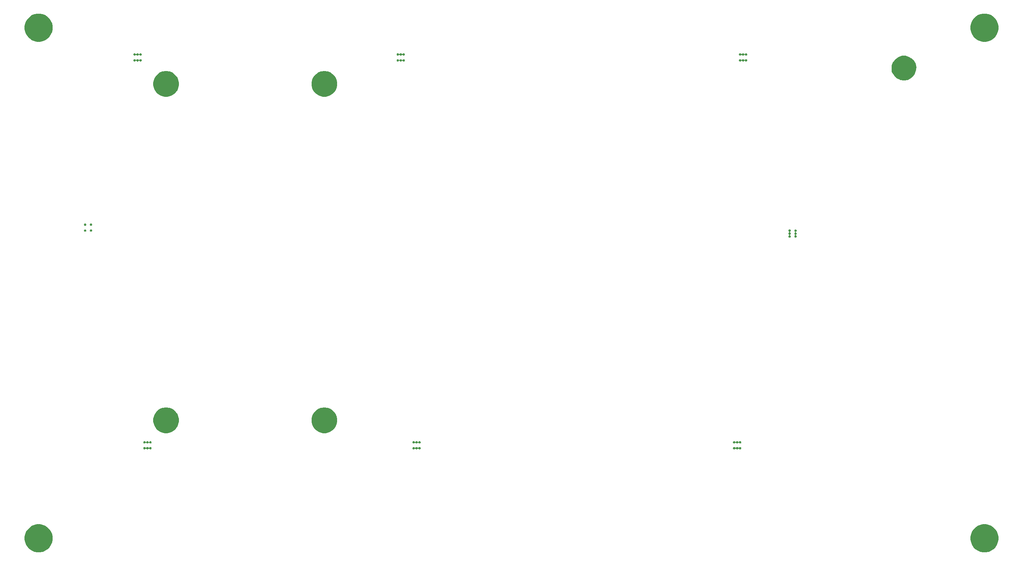
<source format=gbr>
%TF.GenerationSoftware,KiCad,Pcbnew,(5.1.5)-3*%
%TF.CreationDate,2020-09-07T19:44:54+02:00*%
%TF.ProjectId,fusion,66757369-6f6e-42e6-9b69-6361645f7063,rev?*%
%TF.SameCoordinates,Original*%
%TF.FileFunction,Soldermask,Bot*%
%TF.FilePolarity,Negative*%
%FSLAX46Y46*%
G04 Gerber Fmt 4.6, Leading zero omitted, Abs format (unit mm)*
G04 Created by KiCad (PCBNEW (5.1.5)-3) date 2020-09-07 19:44:54*
%MOMM*%
%LPD*%
G04 APERTURE LIST*
%ADD10C,0.100000*%
G04 APERTURE END LIST*
D10*
G36*
X278835787Y-164385462D02*
G01*
X278835790Y-164385463D01*
X278835789Y-164385463D01*
X279482029Y-164653144D01*
X280063631Y-165041758D01*
X280558242Y-165536369D01*
X280946856Y-166117971D01*
X280946856Y-166117972D01*
X281214538Y-166764213D01*
X281351000Y-167450256D01*
X281351000Y-168149744D01*
X281214538Y-168835787D01*
X281214537Y-168835789D01*
X280946856Y-169482029D01*
X280558242Y-170063631D01*
X280063631Y-170558242D01*
X279482029Y-170946856D01*
X279025068Y-171136135D01*
X278835787Y-171214538D01*
X278149744Y-171351000D01*
X277450256Y-171351000D01*
X276764213Y-171214538D01*
X276574932Y-171136135D01*
X276117971Y-170946856D01*
X275536369Y-170558242D01*
X275041758Y-170063631D01*
X274653144Y-169482029D01*
X274385463Y-168835789D01*
X274385462Y-168835787D01*
X274249000Y-168149744D01*
X274249000Y-167450256D01*
X274385462Y-166764213D01*
X274653144Y-166117972D01*
X274653144Y-166117971D01*
X275041758Y-165536369D01*
X275536369Y-165041758D01*
X276117971Y-164653144D01*
X276764211Y-164385463D01*
X276764210Y-164385463D01*
X276764213Y-164385462D01*
X277450256Y-164249000D01*
X278149744Y-164249000D01*
X278835787Y-164385462D01*
G37*
G36*
X39835787Y-164385462D02*
G01*
X39835790Y-164385463D01*
X39835789Y-164385463D01*
X40482029Y-164653144D01*
X41063631Y-165041758D01*
X41558242Y-165536369D01*
X41946856Y-166117971D01*
X41946856Y-166117972D01*
X42214538Y-166764213D01*
X42351000Y-167450256D01*
X42351000Y-168149744D01*
X42214538Y-168835787D01*
X42214537Y-168835789D01*
X41946856Y-169482029D01*
X41558242Y-170063631D01*
X41063631Y-170558242D01*
X40482029Y-170946856D01*
X40025068Y-171136135D01*
X39835787Y-171214538D01*
X39149744Y-171351000D01*
X38450256Y-171351000D01*
X37764213Y-171214538D01*
X37574932Y-171136135D01*
X37117971Y-170946856D01*
X36536369Y-170558242D01*
X36041758Y-170063631D01*
X35653144Y-169482029D01*
X35385463Y-168835789D01*
X35385462Y-168835787D01*
X35249000Y-168149744D01*
X35249000Y-167450256D01*
X35385462Y-166764213D01*
X35653144Y-166117972D01*
X35653144Y-166117971D01*
X36041758Y-165536369D01*
X36536369Y-165041758D01*
X37117971Y-164653144D01*
X37764211Y-164385463D01*
X37764210Y-164385463D01*
X37764213Y-164385462D01*
X38450256Y-164249000D01*
X39149744Y-164249000D01*
X39835787Y-164385462D01*
G37*
G36*
X65637797Y-144760567D02*
G01*
X65692575Y-144783257D01*
X65692577Y-144783258D01*
X65741876Y-144816198D01*
X65783802Y-144858124D01*
X65816742Y-144907423D01*
X65821067Y-144913896D01*
X65836612Y-144932838D01*
X65855554Y-144948383D01*
X65877165Y-144959934D01*
X65900614Y-144967047D01*
X65925000Y-144969449D01*
X65949386Y-144967047D01*
X65972835Y-144959934D01*
X65994446Y-144948383D01*
X66013388Y-144932838D01*
X66028933Y-144913896D01*
X66033258Y-144907423D01*
X66066198Y-144858124D01*
X66108124Y-144816198D01*
X66157423Y-144783258D01*
X66157425Y-144783257D01*
X66212203Y-144760567D01*
X66270353Y-144749000D01*
X66329647Y-144749000D01*
X66387797Y-144760567D01*
X66442575Y-144783257D01*
X66442577Y-144783258D01*
X66491876Y-144816198D01*
X66533802Y-144858124D01*
X66566742Y-144907423D01*
X66571067Y-144913896D01*
X66586612Y-144932838D01*
X66605554Y-144948383D01*
X66627165Y-144959934D01*
X66650614Y-144967047D01*
X66675000Y-144969449D01*
X66699386Y-144967047D01*
X66722835Y-144959934D01*
X66744446Y-144948383D01*
X66763388Y-144932838D01*
X66778933Y-144913896D01*
X66783258Y-144907423D01*
X66816198Y-144858124D01*
X66858124Y-144816198D01*
X66907423Y-144783258D01*
X66907425Y-144783257D01*
X66962203Y-144760567D01*
X67020353Y-144749000D01*
X67079647Y-144749000D01*
X67137797Y-144760567D01*
X67192575Y-144783257D01*
X67192577Y-144783258D01*
X67241876Y-144816198D01*
X67283802Y-144858124D01*
X67316742Y-144907423D01*
X67316743Y-144907425D01*
X67339433Y-144962203D01*
X67351000Y-145020353D01*
X67351000Y-145079647D01*
X67339433Y-145137797D01*
X67319423Y-145186104D01*
X67316742Y-145192577D01*
X67283802Y-145241876D01*
X67241876Y-145283802D01*
X67192577Y-145316742D01*
X67192576Y-145316743D01*
X67192575Y-145316743D01*
X67137797Y-145339433D01*
X67079647Y-145351000D01*
X67020353Y-145351000D01*
X66962203Y-145339433D01*
X66907425Y-145316743D01*
X66907424Y-145316743D01*
X66907423Y-145316742D01*
X66858124Y-145283802D01*
X66816198Y-145241876D01*
X66783258Y-145192577D01*
X66783257Y-145192575D01*
X66778933Y-145186104D01*
X66763388Y-145167162D01*
X66744446Y-145151617D01*
X66722835Y-145140066D01*
X66699386Y-145132953D01*
X66675000Y-145130551D01*
X66650614Y-145132953D01*
X66627165Y-145140066D01*
X66605554Y-145151617D01*
X66586612Y-145167162D01*
X66571067Y-145186104D01*
X66566743Y-145192575D01*
X66566742Y-145192577D01*
X66533802Y-145241876D01*
X66491876Y-145283802D01*
X66442577Y-145316742D01*
X66442576Y-145316743D01*
X66442575Y-145316743D01*
X66387797Y-145339433D01*
X66329647Y-145351000D01*
X66270353Y-145351000D01*
X66212203Y-145339433D01*
X66157425Y-145316743D01*
X66157424Y-145316743D01*
X66157423Y-145316742D01*
X66108124Y-145283802D01*
X66066198Y-145241876D01*
X66033258Y-145192577D01*
X66033257Y-145192575D01*
X66028933Y-145186104D01*
X66013388Y-145167162D01*
X65994446Y-145151617D01*
X65972835Y-145140066D01*
X65949386Y-145132953D01*
X65925000Y-145130551D01*
X65900614Y-145132953D01*
X65877165Y-145140066D01*
X65855554Y-145151617D01*
X65836612Y-145167162D01*
X65821067Y-145186104D01*
X65816743Y-145192575D01*
X65816742Y-145192577D01*
X65783802Y-145241876D01*
X65741876Y-145283802D01*
X65692577Y-145316742D01*
X65692576Y-145316743D01*
X65692575Y-145316743D01*
X65637797Y-145339433D01*
X65579647Y-145351000D01*
X65520353Y-145351000D01*
X65462203Y-145339433D01*
X65407425Y-145316743D01*
X65407424Y-145316743D01*
X65407423Y-145316742D01*
X65358124Y-145283802D01*
X65316198Y-145241876D01*
X65283258Y-145192577D01*
X65280577Y-145186104D01*
X65260567Y-145137797D01*
X65249000Y-145079647D01*
X65249000Y-145020353D01*
X65260567Y-144962203D01*
X65283257Y-144907425D01*
X65283258Y-144907423D01*
X65316198Y-144858124D01*
X65358124Y-144816198D01*
X65407423Y-144783258D01*
X65407425Y-144783257D01*
X65462203Y-144760567D01*
X65520353Y-144749000D01*
X65579647Y-144749000D01*
X65637797Y-144760567D01*
G37*
G36*
X214637797Y-144760567D02*
G01*
X214692575Y-144783257D01*
X214692577Y-144783258D01*
X214741876Y-144816198D01*
X214783802Y-144858124D01*
X214816742Y-144907423D01*
X214821067Y-144913896D01*
X214836612Y-144932838D01*
X214855554Y-144948383D01*
X214877165Y-144959934D01*
X214900614Y-144967047D01*
X214925000Y-144969449D01*
X214949386Y-144967047D01*
X214972835Y-144959934D01*
X214994446Y-144948383D01*
X215013388Y-144932838D01*
X215028933Y-144913896D01*
X215033258Y-144907423D01*
X215066198Y-144858124D01*
X215108124Y-144816198D01*
X215157423Y-144783258D01*
X215157425Y-144783257D01*
X215212203Y-144760567D01*
X215270353Y-144749000D01*
X215329647Y-144749000D01*
X215387797Y-144760567D01*
X215442575Y-144783257D01*
X215442577Y-144783258D01*
X215491876Y-144816198D01*
X215533802Y-144858124D01*
X215566742Y-144907423D01*
X215571067Y-144913896D01*
X215586612Y-144932838D01*
X215605554Y-144948383D01*
X215627165Y-144959934D01*
X215650614Y-144967047D01*
X215675000Y-144969449D01*
X215699386Y-144967047D01*
X215722835Y-144959934D01*
X215744446Y-144948383D01*
X215763388Y-144932838D01*
X215778933Y-144913896D01*
X215783258Y-144907423D01*
X215816198Y-144858124D01*
X215858124Y-144816198D01*
X215907423Y-144783258D01*
X215907425Y-144783257D01*
X215962203Y-144760567D01*
X216020353Y-144749000D01*
X216079647Y-144749000D01*
X216137797Y-144760567D01*
X216192575Y-144783257D01*
X216192577Y-144783258D01*
X216241876Y-144816198D01*
X216283802Y-144858124D01*
X216316742Y-144907423D01*
X216316743Y-144907425D01*
X216339433Y-144962203D01*
X216351000Y-145020353D01*
X216351000Y-145079647D01*
X216339433Y-145137797D01*
X216319423Y-145186104D01*
X216316742Y-145192577D01*
X216283802Y-145241876D01*
X216241876Y-145283802D01*
X216192577Y-145316742D01*
X216192576Y-145316743D01*
X216192575Y-145316743D01*
X216137797Y-145339433D01*
X216079647Y-145351000D01*
X216020353Y-145351000D01*
X215962203Y-145339433D01*
X215907425Y-145316743D01*
X215907424Y-145316743D01*
X215907423Y-145316742D01*
X215858124Y-145283802D01*
X215816198Y-145241876D01*
X215783258Y-145192577D01*
X215783257Y-145192575D01*
X215778933Y-145186104D01*
X215763388Y-145167162D01*
X215744446Y-145151617D01*
X215722835Y-145140066D01*
X215699386Y-145132953D01*
X215675000Y-145130551D01*
X215650614Y-145132953D01*
X215627165Y-145140066D01*
X215605554Y-145151617D01*
X215586612Y-145167162D01*
X215571067Y-145186104D01*
X215566743Y-145192575D01*
X215566742Y-145192577D01*
X215533802Y-145241876D01*
X215491876Y-145283802D01*
X215442577Y-145316742D01*
X215442576Y-145316743D01*
X215442575Y-145316743D01*
X215387797Y-145339433D01*
X215329647Y-145351000D01*
X215270353Y-145351000D01*
X215212203Y-145339433D01*
X215157425Y-145316743D01*
X215157424Y-145316743D01*
X215157423Y-145316742D01*
X215108124Y-145283802D01*
X215066198Y-145241876D01*
X215033258Y-145192577D01*
X215033257Y-145192575D01*
X215028933Y-145186104D01*
X215013388Y-145167162D01*
X214994446Y-145151617D01*
X214972835Y-145140066D01*
X214949386Y-145132953D01*
X214925000Y-145130551D01*
X214900614Y-145132953D01*
X214877165Y-145140066D01*
X214855554Y-145151617D01*
X214836612Y-145167162D01*
X214821067Y-145186104D01*
X214816743Y-145192575D01*
X214816742Y-145192577D01*
X214783802Y-145241876D01*
X214741876Y-145283802D01*
X214692577Y-145316742D01*
X214692576Y-145316743D01*
X214692575Y-145316743D01*
X214637797Y-145339433D01*
X214579647Y-145351000D01*
X214520353Y-145351000D01*
X214462203Y-145339433D01*
X214407425Y-145316743D01*
X214407424Y-145316743D01*
X214407423Y-145316742D01*
X214358124Y-145283802D01*
X214316198Y-145241876D01*
X214283258Y-145192577D01*
X214280577Y-145186104D01*
X214260567Y-145137797D01*
X214249000Y-145079647D01*
X214249000Y-145020353D01*
X214260567Y-144962203D01*
X214283257Y-144907425D01*
X214283258Y-144907423D01*
X214316198Y-144858124D01*
X214358124Y-144816198D01*
X214407423Y-144783258D01*
X214407425Y-144783257D01*
X214462203Y-144760567D01*
X214520353Y-144749000D01*
X214579647Y-144749000D01*
X214637797Y-144760567D01*
G37*
G36*
X133637797Y-144760567D02*
G01*
X133692575Y-144783257D01*
X133692577Y-144783258D01*
X133741876Y-144816198D01*
X133783802Y-144858124D01*
X133816742Y-144907423D01*
X133821067Y-144913896D01*
X133836612Y-144932838D01*
X133855554Y-144948383D01*
X133877165Y-144959934D01*
X133900614Y-144967047D01*
X133925000Y-144969449D01*
X133949386Y-144967047D01*
X133972835Y-144959934D01*
X133994446Y-144948383D01*
X134013388Y-144932838D01*
X134028933Y-144913896D01*
X134033258Y-144907423D01*
X134066198Y-144858124D01*
X134108124Y-144816198D01*
X134157423Y-144783258D01*
X134157425Y-144783257D01*
X134212203Y-144760567D01*
X134270353Y-144749000D01*
X134329647Y-144749000D01*
X134387797Y-144760567D01*
X134442575Y-144783257D01*
X134442577Y-144783258D01*
X134491876Y-144816198D01*
X134533802Y-144858124D01*
X134566742Y-144907423D01*
X134571067Y-144913896D01*
X134586612Y-144932838D01*
X134605554Y-144948383D01*
X134627165Y-144959934D01*
X134650614Y-144967047D01*
X134675000Y-144969449D01*
X134699386Y-144967047D01*
X134722835Y-144959934D01*
X134744446Y-144948383D01*
X134763388Y-144932838D01*
X134778933Y-144913896D01*
X134783258Y-144907423D01*
X134816198Y-144858124D01*
X134858124Y-144816198D01*
X134907423Y-144783258D01*
X134907425Y-144783257D01*
X134962203Y-144760567D01*
X135020353Y-144749000D01*
X135079647Y-144749000D01*
X135137797Y-144760567D01*
X135192575Y-144783257D01*
X135192577Y-144783258D01*
X135241876Y-144816198D01*
X135283802Y-144858124D01*
X135316742Y-144907423D01*
X135316743Y-144907425D01*
X135339433Y-144962203D01*
X135351000Y-145020353D01*
X135351000Y-145079647D01*
X135339433Y-145137797D01*
X135319423Y-145186104D01*
X135316742Y-145192577D01*
X135283802Y-145241876D01*
X135241876Y-145283802D01*
X135192577Y-145316742D01*
X135192576Y-145316743D01*
X135192575Y-145316743D01*
X135137797Y-145339433D01*
X135079647Y-145351000D01*
X135020353Y-145351000D01*
X134962203Y-145339433D01*
X134907425Y-145316743D01*
X134907424Y-145316743D01*
X134907423Y-145316742D01*
X134858124Y-145283802D01*
X134816198Y-145241876D01*
X134783258Y-145192577D01*
X134783257Y-145192575D01*
X134778933Y-145186104D01*
X134763388Y-145167162D01*
X134744446Y-145151617D01*
X134722835Y-145140066D01*
X134699386Y-145132953D01*
X134675000Y-145130551D01*
X134650614Y-145132953D01*
X134627165Y-145140066D01*
X134605554Y-145151617D01*
X134586612Y-145167162D01*
X134571067Y-145186104D01*
X134566743Y-145192575D01*
X134566742Y-145192577D01*
X134533802Y-145241876D01*
X134491876Y-145283802D01*
X134442577Y-145316742D01*
X134442576Y-145316743D01*
X134442575Y-145316743D01*
X134387797Y-145339433D01*
X134329647Y-145351000D01*
X134270353Y-145351000D01*
X134212203Y-145339433D01*
X134157425Y-145316743D01*
X134157424Y-145316743D01*
X134157423Y-145316742D01*
X134108124Y-145283802D01*
X134066198Y-145241876D01*
X134033258Y-145192577D01*
X134033257Y-145192575D01*
X134028933Y-145186104D01*
X134013388Y-145167162D01*
X133994446Y-145151617D01*
X133972835Y-145140066D01*
X133949386Y-145132953D01*
X133925000Y-145130551D01*
X133900614Y-145132953D01*
X133877165Y-145140066D01*
X133855554Y-145151617D01*
X133836612Y-145167162D01*
X133821067Y-145186104D01*
X133816743Y-145192575D01*
X133816742Y-145192577D01*
X133783802Y-145241876D01*
X133741876Y-145283802D01*
X133692577Y-145316742D01*
X133692576Y-145316743D01*
X133692575Y-145316743D01*
X133637797Y-145339433D01*
X133579647Y-145351000D01*
X133520353Y-145351000D01*
X133462203Y-145339433D01*
X133407425Y-145316743D01*
X133407424Y-145316743D01*
X133407423Y-145316742D01*
X133358124Y-145283802D01*
X133316198Y-145241876D01*
X133283258Y-145192577D01*
X133280577Y-145186104D01*
X133260567Y-145137797D01*
X133249000Y-145079647D01*
X133249000Y-145020353D01*
X133260567Y-144962203D01*
X133283257Y-144907425D01*
X133283258Y-144907423D01*
X133316198Y-144858124D01*
X133358124Y-144816198D01*
X133407423Y-144783258D01*
X133407425Y-144783257D01*
X133462203Y-144760567D01*
X133520353Y-144749000D01*
X133579647Y-144749000D01*
X133637797Y-144760567D01*
G37*
G36*
X214637797Y-143260567D02*
G01*
X214692575Y-143283257D01*
X214692577Y-143283258D01*
X214741876Y-143316198D01*
X214783802Y-143358124D01*
X214816742Y-143407423D01*
X214821067Y-143413896D01*
X214836612Y-143432838D01*
X214855554Y-143448383D01*
X214877165Y-143459934D01*
X214900614Y-143467047D01*
X214925000Y-143469449D01*
X214949386Y-143467047D01*
X214972835Y-143459934D01*
X214994446Y-143448383D01*
X215013388Y-143432838D01*
X215028933Y-143413896D01*
X215033258Y-143407423D01*
X215066198Y-143358124D01*
X215108124Y-143316198D01*
X215157423Y-143283258D01*
X215157425Y-143283257D01*
X215212203Y-143260567D01*
X215270353Y-143249000D01*
X215329647Y-143249000D01*
X215387797Y-143260567D01*
X215442575Y-143283257D01*
X215442577Y-143283258D01*
X215491876Y-143316198D01*
X215533802Y-143358124D01*
X215566742Y-143407423D01*
X215571067Y-143413896D01*
X215586612Y-143432838D01*
X215605554Y-143448383D01*
X215627165Y-143459934D01*
X215650614Y-143467047D01*
X215675000Y-143469449D01*
X215699386Y-143467047D01*
X215722835Y-143459934D01*
X215744446Y-143448383D01*
X215763388Y-143432838D01*
X215778933Y-143413896D01*
X215783258Y-143407423D01*
X215816198Y-143358124D01*
X215858124Y-143316198D01*
X215907423Y-143283258D01*
X215907425Y-143283257D01*
X215962203Y-143260567D01*
X216020353Y-143249000D01*
X216079647Y-143249000D01*
X216137797Y-143260567D01*
X216192575Y-143283257D01*
X216192577Y-143283258D01*
X216241876Y-143316198D01*
X216283802Y-143358124D01*
X216316742Y-143407423D01*
X216316743Y-143407425D01*
X216339433Y-143462203D01*
X216351000Y-143520353D01*
X216351000Y-143579647D01*
X216339433Y-143637797D01*
X216319423Y-143686104D01*
X216316742Y-143692577D01*
X216283802Y-143741876D01*
X216241876Y-143783802D01*
X216192577Y-143816742D01*
X216192576Y-143816743D01*
X216192575Y-143816743D01*
X216137797Y-143839433D01*
X216079647Y-143851000D01*
X216020353Y-143851000D01*
X215962203Y-143839433D01*
X215907425Y-143816743D01*
X215907424Y-143816743D01*
X215907423Y-143816742D01*
X215858124Y-143783802D01*
X215816198Y-143741876D01*
X215783258Y-143692577D01*
X215783257Y-143692575D01*
X215778933Y-143686104D01*
X215763388Y-143667162D01*
X215744446Y-143651617D01*
X215722835Y-143640066D01*
X215699386Y-143632953D01*
X215675000Y-143630551D01*
X215650614Y-143632953D01*
X215627165Y-143640066D01*
X215605554Y-143651617D01*
X215586612Y-143667162D01*
X215571067Y-143686104D01*
X215566743Y-143692575D01*
X215566742Y-143692577D01*
X215533802Y-143741876D01*
X215491876Y-143783802D01*
X215442577Y-143816742D01*
X215442576Y-143816743D01*
X215442575Y-143816743D01*
X215387797Y-143839433D01*
X215329647Y-143851000D01*
X215270353Y-143851000D01*
X215212203Y-143839433D01*
X215157425Y-143816743D01*
X215157424Y-143816743D01*
X215157423Y-143816742D01*
X215108124Y-143783802D01*
X215066198Y-143741876D01*
X215033258Y-143692577D01*
X215033257Y-143692575D01*
X215028933Y-143686104D01*
X215013388Y-143667162D01*
X214994446Y-143651617D01*
X214972835Y-143640066D01*
X214949386Y-143632953D01*
X214925000Y-143630551D01*
X214900614Y-143632953D01*
X214877165Y-143640066D01*
X214855554Y-143651617D01*
X214836612Y-143667162D01*
X214821067Y-143686104D01*
X214816743Y-143692575D01*
X214816742Y-143692577D01*
X214783802Y-143741876D01*
X214741876Y-143783802D01*
X214692577Y-143816742D01*
X214692576Y-143816743D01*
X214692575Y-143816743D01*
X214637797Y-143839433D01*
X214579647Y-143851000D01*
X214520353Y-143851000D01*
X214462203Y-143839433D01*
X214407425Y-143816743D01*
X214407424Y-143816743D01*
X214407423Y-143816742D01*
X214358124Y-143783802D01*
X214316198Y-143741876D01*
X214283258Y-143692577D01*
X214280577Y-143686104D01*
X214260567Y-143637797D01*
X214249000Y-143579647D01*
X214249000Y-143520353D01*
X214260567Y-143462203D01*
X214283257Y-143407425D01*
X214283258Y-143407423D01*
X214316198Y-143358124D01*
X214358124Y-143316198D01*
X214407423Y-143283258D01*
X214407425Y-143283257D01*
X214462203Y-143260567D01*
X214520353Y-143249000D01*
X214579647Y-143249000D01*
X214637797Y-143260567D01*
G37*
G36*
X133637797Y-143260567D02*
G01*
X133692575Y-143283257D01*
X133692577Y-143283258D01*
X133741876Y-143316198D01*
X133783802Y-143358124D01*
X133816742Y-143407423D01*
X133821067Y-143413896D01*
X133836612Y-143432838D01*
X133855554Y-143448383D01*
X133877165Y-143459934D01*
X133900614Y-143467047D01*
X133925000Y-143469449D01*
X133949386Y-143467047D01*
X133972835Y-143459934D01*
X133994446Y-143448383D01*
X134013388Y-143432838D01*
X134028933Y-143413896D01*
X134033258Y-143407423D01*
X134066198Y-143358124D01*
X134108124Y-143316198D01*
X134157423Y-143283258D01*
X134157425Y-143283257D01*
X134212203Y-143260567D01*
X134270353Y-143249000D01*
X134329647Y-143249000D01*
X134387797Y-143260567D01*
X134442575Y-143283257D01*
X134442577Y-143283258D01*
X134491876Y-143316198D01*
X134533802Y-143358124D01*
X134566742Y-143407423D01*
X134571067Y-143413896D01*
X134586612Y-143432838D01*
X134605554Y-143448383D01*
X134627165Y-143459934D01*
X134650614Y-143467047D01*
X134675000Y-143469449D01*
X134699386Y-143467047D01*
X134722835Y-143459934D01*
X134744446Y-143448383D01*
X134763388Y-143432838D01*
X134778933Y-143413896D01*
X134783258Y-143407423D01*
X134816198Y-143358124D01*
X134858124Y-143316198D01*
X134907423Y-143283258D01*
X134907425Y-143283257D01*
X134962203Y-143260567D01*
X135020353Y-143249000D01*
X135079647Y-143249000D01*
X135137797Y-143260567D01*
X135192575Y-143283257D01*
X135192577Y-143283258D01*
X135241876Y-143316198D01*
X135283802Y-143358124D01*
X135316742Y-143407423D01*
X135316743Y-143407425D01*
X135339433Y-143462203D01*
X135351000Y-143520353D01*
X135351000Y-143579647D01*
X135339433Y-143637797D01*
X135319423Y-143686104D01*
X135316742Y-143692577D01*
X135283802Y-143741876D01*
X135241876Y-143783802D01*
X135192577Y-143816742D01*
X135192576Y-143816743D01*
X135192575Y-143816743D01*
X135137797Y-143839433D01*
X135079647Y-143851000D01*
X135020353Y-143851000D01*
X134962203Y-143839433D01*
X134907425Y-143816743D01*
X134907424Y-143816743D01*
X134907423Y-143816742D01*
X134858124Y-143783802D01*
X134816198Y-143741876D01*
X134783258Y-143692577D01*
X134783257Y-143692575D01*
X134778933Y-143686104D01*
X134763388Y-143667162D01*
X134744446Y-143651617D01*
X134722835Y-143640066D01*
X134699386Y-143632953D01*
X134675000Y-143630551D01*
X134650614Y-143632953D01*
X134627165Y-143640066D01*
X134605554Y-143651617D01*
X134586612Y-143667162D01*
X134571067Y-143686104D01*
X134566743Y-143692575D01*
X134566742Y-143692577D01*
X134533802Y-143741876D01*
X134491876Y-143783802D01*
X134442577Y-143816742D01*
X134442576Y-143816743D01*
X134442575Y-143816743D01*
X134387797Y-143839433D01*
X134329647Y-143851000D01*
X134270353Y-143851000D01*
X134212203Y-143839433D01*
X134157425Y-143816743D01*
X134157424Y-143816743D01*
X134157423Y-143816742D01*
X134108124Y-143783802D01*
X134066198Y-143741876D01*
X134033258Y-143692577D01*
X134033257Y-143692575D01*
X134028933Y-143686104D01*
X134013388Y-143667162D01*
X133994446Y-143651617D01*
X133972835Y-143640066D01*
X133949386Y-143632953D01*
X133925000Y-143630551D01*
X133900614Y-143632953D01*
X133877165Y-143640066D01*
X133855554Y-143651617D01*
X133836612Y-143667162D01*
X133821067Y-143686104D01*
X133816743Y-143692575D01*
X133816742Y-143692577D01*
X133783802Y-143741876D01*
X133741876Y-143783802D01*
X133692577Y-143816742D01*
X133692576Y-143816743D01*
X133692575Y-143816743D01*
X133637797Y-143839433D01*
X133579647Y-143851000D01*
X133520353Y-143851000D01*
X133462203Y-143839433D01*
X133407425Y-143816743D01*
X133407424Y-143816743D01*
X133407423Y-143816742D01*
X133358124Y-143783802D01*
X133316198Y-143741876D01*
X133283258Y-143692577D01*
X133280577Y-143686104D01*
X133260567Y-143637797D01*
X133249000Y-143579647D01*
X133249000Y-143520353D01*
X133260567Y-143462203D01*
X133283257Y-143407425D01*
X133283258Y-143407423D01*
X133316198Y-143358124D01*
X133358124Y-143316198D01*
X133407423Y-143283258D01*
X133407425Y-143283257D01*
X133462203Y-143260567D01*
X133520353Y-143249000D01*
X133579647Y-143249000D01*
X133637797Y-143260567D01*
G37*
G36*
X65637797Y-143260567D02*
G01*
X65692575Y-143283257D01*
X65692577Y-143283258D01*
X65741876Y-143316198D01*
X65783802Y-143358124D01*
X65816742Y-143407423D01*
X65821067Y-143413896D01*
X65836612Y-143432838D01*
X65855554Y-143448383D01*
X65877165Y-143459934D01*
X65900614Y-143467047D01*
X65925000Y-143469449D01*
X65949386Y-143467047D01*
X65972835Y-143459934D01*
X65994446Y-143448383D01*
X66013388Y-143432838D01*
X66028933Y-143413896D01*
X66033258Y-143407423D01*
X66066198Y-143358124D01*
X66108124Y-143316198D01*
X66157423Y-143283258D01*
X66157425Y-143283257D01*
X66212203Y-143260567D01*
X66270353Y-143249000D01*
X66329647Y-143249000D01*
X66387797Y-143260567D01*
X66442575Y-143283257D01*
X66442577Y-143283258D01*
X66491876Y-143316198D01*
X66533802Y-143358124D01*
X66566742Y-143407423D01*
X66571067Y-143413896D01*
X66586612Y-143432838D01*
X66605554Y-143448383D01*
X66627165Y-143459934D01*
X66650614Y-143467047D01*
X66675000Y-143469449D01*
X66699386Y-143467047D01*
X66722835Y-143459934D01*
X66744446Y-143448383D01*
X66763388Y-143432838D01*
X66778933Y-143413896D01*
X66783258Y-143407423D01*
X66816198Y-143358124D01*
X66858124Y-143316198D01*
X66907423Y-143283258D01*
X66907425Y-143283257D01*
X66962203Y-143260567D01*
X67020353Y-143249000D01*
X67079647Y-143249000D01*
X67137797Y-143260567D01*
X67192575Y-143283257D01*
X67192577Y-143283258D01*
X67241876Y-143316198D01*
X67283802Y-143358124D01*
X67316742Y-143407423D01*
X67316743Y-143407425D01*
X67339433Y-143462203D01*
X67351000Y-143520353D01*
X67351000Y-143579647D01*
X67339433Y-143637797D01*
X67319423Y-143686104D01*
X67316742Y-143692577D01*
X67283802Y-143741876D01*
X67241876Y-143783802D01*
X67192577Y-143816742D01*
X67192576Y-143816743D01*
X67192575Y-143816743D01*
X67137797Y-143839433D01*
X67079647Y-143851000D01*
X67020353Y-143851000D01*
X66962203Y-143839433D01*
X66907425Y-143816743D01*
X66907424Y-143816743D01*
X66907423Y-143816742D01*
X66858124Y-143783802D01*
X66816198Y-143741876D01*
X66783258Y-143692577D01*
X66783257Y-143692575D01*
X66778933Y-143686104D01*
X66763388Y-143667162D01*
X66744446Y-143651617D01*
X66722835Y-143640066D01*
X66699386Y-143632953D01*
X66675000Y-143630551D01*
X66650614Y-143632953D01*
X66627165Y-143640066D01*
X66605554Y-143651617D01*
X66586612Y-143667162D01*
X66571067Y-143686104D01*
X66566743Y-143692575D01*
X66566742Y-143692577D01*
X66533802Y-143741876D01*
X66491876Y-143783802D01*
X66442577Y-143816742D01*
X66442576Y-143816743D01*
X66442575Y-143816743D01*
X66387797Y-143839433D01*
X66329647Y-143851000D01*
X66270353Y-143851000D01*
X66212203Y-143839433D01*
X66157425Y-143816743D01*
X66157424Y-143816743D01*
X66157423Y-143816742D01*
X66108124Y-143783802D01*
X66066198Y-143741876D01*
X66033258Y-143692577D01*
X66033257Y-143692575D01*
X66028933Y-143686104D01*
X66013388Y-143667162D01*
X65994446Y-143651617D01*
X65972835Y-143640066D01*
X65949386Y-143632953D01*
X65925000Y-143630551D01*
X65900614Y-143632953D01*
X65877165Y-143640066D01*
X65855554Y-143651617D01*
X65836612Y-143667162D01*
X65821067Y-143686104D01*
X65816743Y-143692575D01*
X65816742Y-143692577D01*
X65783802Y-143741876D01*
X65741876Y-143783802D01*
X65692577Y-143816742D01*
X65692576Y-143816743D01*
X65692575Y-143816743D01*
X65637797Y-143839433D01*
X65579647Y-143851000D01*
X65520353Y-143851000D01*
X65462203Y-143839433D01*
X65407425Y-143816743D01*
X65407424Y-143816743D01*
X65407423Y-143816742D01*
X65358124Y-143783802D01*
X65316198Y-143741876D01*
X65283258Y-143692577D01*
X65280577Y-143686104D01*
X65260567Y-143637797D01*
X65249000Y-143579647D01*
X65249000Y-143520353D01*
X65260567Y-143462203D01*
X65283257Y-143407425D01*
X65283258Y-143407423D01*
X65316198Y-143358124D01*
X65358124Y-143316198D01*
X65407423Y-143283258D01*
X65407425Y-143283257D01*
X65462203Y-143260567D01*
X65520353Y-143249000D01*
X65579647Y-143249000D01*
X65637797Y-143260567D01*
G37*
G36*
X111634239Y-134811467D02*
G01*
X111948282Y-134873934D01*
X112539926Y-135119001D01*
X113072392Y-135474784D01*
X113525216Y-135927608D01*
X113880999Y-136460074D01*
X114126066Y-137051718D01*
X114251000Y-137679804D01*
X114251000Y-138320196D01*
X114126066Y-138948282D01*
X113880999Y-139539926D01*
X113525216Y-140072392D01*
X113072392Y-140525216D01*
X112539926Y-140880999D01*
X111948282Y-141126066D01*
X111634239Y-141188533D01*
X111320197Y-141251000D01*
X110679803Y-141251000D01*
X110365761Y-141188533D01*
X110051718Y-141126066D01*
X109460074Y-140880999D01*
X108927608Y-140525216D01*
X108474784Y-140072392D01*
X108119001Y-139539926D01*
X107873934Y-138948282D01*
X107749000Y-138320196D01*
X107749000Y-137679804D01*
X107873934Y-137051718D01*
X108119001Y-136460074D01*
X108474784Y-135927608D01*
X108927608Y-135474784D01*
X109460074Y-135119001D01*
X110051718Y-134873934D01*
X110365761Y-134811467D01*
X110679803Y-134749000D01*
X111320197Y-134749000D01*
X111634239Y-134811467D01*
G37*
G36*
X71634239Y-134811467D02*
G01*
X71948282Y-134873934D01*
X72539926Y-135119001D01*
X73072392Y-135474784D01*
X73525216Y-135927608D01*
X73880999Y-136460074D01*
X74126066Y-137051718D01*
X74251000Y-137679804D01*
X74251000Y-138320196D01*
X74126066Y-138948282D01*
X73880999Y-139539926D01*
X73525216Y-140072392D01*
X73072392Y-140525216D01*
X72539926Y-140880999D01*
X71948282Y-141126066D01*
X71634239Y-141188533D01*
X71320197Y-141251000D01*
X70679803Y-141251000D01*
X70365761Y-141188533D01*
X70051718Y-141126066D01*
X69460074Y-140880999D01*
X68927608Y-140525216D01*
X68474784Y-140072392D01*
X68119001Y-139539926D01*
X67873934Y-138948282D01*
X67749000Y-138320196D01*
X67749000Y-137679804D01*
X67873934Y-137051718D01*
X68119001Y-136460074D01*
X68474784Y-135927608D01*
X68927608Y-135474784D01*
X69460074Y-135119001D01*
X70051718Y-134873934D01*
X70365761Y-134811467D01*
X70679803Y-134749000D01*
X71320197Y-134749000D01*
X71634239Y-134811467D01*
G37*
G36*
X228637797Y-89760567D02*
G01*
X228692575Y-89783257D01*
X228692577Y-89783258D01*
X228741876Y-89816198D01*
X228783802Y-89858124D01*
X228816742Y-89907423D01*
X228816743Y-89907425D01*
X228839433Y-89962203D01*
X228851000Y-90020353D01*
X228851000Y-90079647D01*
X228839433Y-90137797D01*
X228816743Y-90192575D01*
X228816742Y-90192577D01*
X228783802Y-90241876D01*
X228741876Y-90283802D01*
X228692577Y-90316742D01*
X228686104Y-90321067D01*
X228667162Y-90336612D01*
X228651617Y-90355554D01*
X228640066Y-90377165D01*
X228632953Y-90400614D01*
X228630551Y-90425000D01*
X228632953Y-90449386D01*
X228640066Y-90472835D01*
X228651617Y-90494446D01*
X228667162Y-90513388D01*
X228686104Y-90528933D01*
X228692577Y-90533258D01*
X228741876Y-90566198D01*
X228783802Y-90608124D01*
X228816742Y-90657423D01*
X228816743Y-90657425D01*
X228839433Y-90712203D01*
X228851000Y-90770353D01*
X228851000Y-90829647D01*
X228839433Y-90887797D01*
X228816743Y-90942575D01*
X228816742Y-90942577D01*
X228783802Y-90991876D01*
X228741876Y-91033802D01*
X228692577Y-91066742D01*
X228686104Y-91071067D01*
X228667162Y-91086612D01*
X228651617Y-91105554D01*
X228640066Y-91127165D01*
X228632953Y-91150614D01*
X228630551Y-91175000D01*
X228632953Y-91199386D01*
X228640066Y-91222835D01*
X228651617Y-91244446D01*
X228667162Y-91263388D01*
X228686104Y-91278933D01*
X228692577Y-91283258D01*
X228741876Y-91316198D01*
X228783802Y-91358124D01*
X228816742Y-91407423D01*
X228816743Y-91407425D01*
X228839433Y-91462203D01*
X228851000Y-91520353D01*
X228851000Y-91579647D01*
X228839433Y-91637797D01*
X228816743Y-91692575D01*
X228816742Y-91692577D01*
X228783802Y-91741876D01*
X228741876Y-91783802D01*
X228692577Y-91816742D01*
X228692576Y-91816743D01*
X228692575Y-91816743D01*
X228637797Y-91839433D01*
X228579647Y-91851000D01*
X228520353Y-91851000D01*
X228462203Y-91839433D01*
X228407425Y-91816743D01*
X228407424Y-91816743D01*
X228407423Y-91816742D01*
X228358124Y-91783802D01*
X228316198Y-91741876D01*
X228283258Y-91692577D01*
X228283257Y-91692575D01*
X228260567Y-91637797D01*
X228249000Y-91579647D01*
X228249000Y-91520353D01*
X228260567Y-91462203D01*
X228283257Y-91407425D01*
X228283258Y-91407423D01*
X228316198Y-91358124D01*
X228358124Y-91316198D01*
X228407423Y-91283258D01*
X228413896Y-91278933D01*
X228432838Y-91263388D01*
X228448383Y-91244446D01*
X228459934Y-91222835D01*
X228467047Y-91199386D01*
X228469449Y-91175000D01*
X228467047Y-91150614D01*
X228459934Y-91127165D01*
X228448383Y-91105554D01*
X228432838Y-91086612D01*
X228413896Y-91071067D01*
X228407423Y-91066742D01*
X228358124Y-91033802D01*
X228316198Y-90991876D01*
X228283258Y-90942577D01*
X228283257Y-90942575D01*
X228260567Y-90887797D01*
X228249000Y-90829647D01*
X228249000Y-90770353D01*
X228260567Y-90712203D01*
X228283257Y-90657425D01*
X228283258Y-90657423D01*
X228316198Y-90608124D01*
X228358124Y-90566198D01*
X228407423Y-90533258D01*
X228413896Y-90528933D01*
X228432838Y-90513388D01*
X228448383Y-90494446D01*
X228459934Y-90472835D01*
X228467047Y-90449386D01*
X228469449Y-90425000D01*
X228467047Y-90400614D01*
X228459934Y-90377165D01*
X228448383Y-90355554D01*
X228432838Y-90336612D01*
X228413896Y-90321067D01*
X228407423Y-90316742D01*
X228358124Y-90283802D01*
X228316198Y-90241876D01*
X228283258Y-90192577D01*
X228283257Y-90192575D01*
X228260567Y-90137797D01*
X228249000Y-90079647D01*
X228249000Y-90020353D01*
X228260567Y-89962203D01*
X228283257Y-89907425D01*
X228283258Y-89907423D01*
X228316198Y-89858124D01*
X228358124Y-89816198D01*
X228407423Y-89783258D01*
X228407425Y-89783257D01*
X228462203Y-89760567D01*
X228520353Y-89749000D01*
X228579647Y-89749000D01*
X228637797Y-89760567D01*
G37*
G36*
X230137797Y-89760567D02*
G01*
X230192575Y-89783257D01*
X230192577Y-89783258D01*
X230241876Y-89816198D01*
X230283802Y-89858124D01*
X230316742Y-89907423D01*
X230316743Y-89907425D01*
X230339433Y-89962203D01*
X230351000Y-90020353D01*
X230351000Y-90079647D01*
X230339433Y-90137797D01*
X230316743Y-90192575D01*
X230316742Y-90192577D01*
X230283802Y-90241876D01*
X230241876Y-90283802D01*
X230192577Y-90316742D01*
X230186104Y-90321067D01*
X230167162Y-90336612D01*
X230151617Y-90355554D01*
X230140066Y-90377165D01*
X230132953Y-90400614D01*
X230130551Y-90425000D01*
X230132953Y-90449386D01*
X230140066Y-90472835D01*
X230151617Y-90494446D01*
X230167162Y-90513388D01*
X230186104Y-90528933D01*
X230192577Y-90533258D01*
X230241876Y-90566198D01*
X230283802Y-90608124D01*
X230316742Y-90657423D01*
X230316743Y-90657425D01*
X230339433Y-90712203D01*
X230351000Y-90770353D01*
X230351000Y-90829647D01*
X230339433Y-90887797D01*
X230316743Y-90942575D01*
X230316742Y-90942577D01*
X230283802Y-90991876D01*
X230241876Y-91033802D01*
X230192577Y-91066742D01*
X230186104Y-91071067D01*
X230167162Y-91086612D01*
X230151617Y-91105554D01*
X230140066Y-91127165D01*
X230132953Y-91150614D01*
X230130551Y-91175000D01*
X230132953Y-91199386D01*
X230140066Y-91222835D01*
X230151617Y-91244446D01*
X230167162Y-91263388D01*
X230186104Y-91278933D01*
X230192577Y-91283258D01*
X230241876Y-91316198D01*
X230283802Y-91358124D01*
X230316742Y-91407423D01*
X230316743Y-91407425D01*
X230339433Y-91462203D01*
X230351000Y-91520353D01*
X230351000Y-91579647D01*
X230339433Y-91637797D01*
X230316743Y-91692575D01*
X230316742Y-91692577D01*
X230283802Y-91741876D01*
X230241876Y-91783802D01*
X230192577Y-91816742D01*
X230192576Y-91816743D01*
X230192575Y-91816743D01*
X230137797Y-91839433D01*
X230079647Y-91851000D01*
X230020353Y-91851000D01*
X229962203Y-91839433D01*
X229907425Y-91816743D01*
X229907424Y-91816743D01*
X229907423Y-91816742D01*
X229858124Y-91783802D01*
X229816198Y-91741876D01*
X229783258Y-91692577D01*
X229783257Y-91692575D01*
X229760567Y-91637797D01*
X229749000Y-91579647D01*
X229749000Y-91520353D01*
X229760567Y-91462203D01*
X229783257Y-91407425D01*
X229783258Y-91407423D01*
X229816198Y-91358124D01*
X229858124Y-91316198D01*
X229907423Y-91283258D01*
X229913896Y-91278933D01*
X229932838Y-91263388D01*
X229948383Y-91244446D01*
X229959934Y-91222835D01*
X229967047Y-91199386D01*
X229969449Y-91175000D01*
X229967047Y-91150614D01*
X229959934Y-91127165D01*
X229948383Y-91105554D01*
X229932838Y-91086612D01*
X229913896Y-91071067D01*
X229907423Y-91066742D01*
X229858124Y-91033802D01*
X229816198Y-90991876D01*
X229783258Y-90942577D01*
X229783257Y-90942575D01*
X229760567Y-90887797D01*
X229749000Y-90829647D01*
X229749000Y-90770353D01*
X229760567Y-90712203D01*
X229783257Y-90657425D01*
X229783258Y-90657423D01*
X229816198Y-90608124D01*
X229858124Y-90566198D01*
X229907423Y-90533258D01*
X229913896Y-90528933D01*
X229932838Y-90513388D01*
X229948383Y-90494446D01*
X229959934Y-90472835D01*
X229967047Y-90449386D01*
X229969449Y-90425000D01*
X229967047Y-90400614D01*
X229959934Y-90377165D01*
X229948383Y-90355554D01*
X229932838Y-90336612D01*
X229913896Y-90321067D01*
X229907423Y-90316742D01*
X229858124Y-90283802D01*
X229816198Y-90241876D01*
X229783258Y-90192577D01*
X229783257Y-90192575D01*
X229760567Y-90137797D01*
X229749000Y-90079647D01*
X229749000Y-90020353D01*
X229760567Y-89962203D01*
X229783257Y-89907425D01*
X229783258Y-89907423D01*
X229816198Y-89858124D01*
X229858124Y-89816198D01*
X229907423Y-89783258D01*
X229907425Y-89783257D01*
X229962203Y-89760567D01*
X230020353Y-89749000D01*
X230079647Y-89749000D01*
X230137797Y-89760567D01*
G37*
G36*
X52137797Y-89760567D02*
G01*
X52192575Y-89783257D01*
X52192577Y-89783258D01*
X52241876Y-89816198D01*
X52283802Y-89858124D01*
X52316742Y-89907423D01*
X52316743Y-89907425D01*
X52339433Y-89962203D01*
X52351000Y-90020353D01*
X52351000Y-90079647D01*
X52339433Y-90137797D01*
X52316743Y-90192575D01*
X52316742Y-90192577D01*
X52283802Y-90241876D01*
X52241876Y-90283802D01*
X52192577Y-90316742D01*
X52192576Y-90316743D01*
X52192575Y-90316743D01*
X52137797Y-90339433D01*
X52079647Y-90351000D01*
X52020353Y-90351000D01*
X51962203Y-90339433D01*
X51907425Y-90316743D01*
X51907424Y-90316743D01*
X51907423Y-90316742D01*
X51858124Y-90283802D01*
X51816198Y-90241876D01*
X51783258Y-90192577D01*
X51783257Y-90192575D01*
X51760567Y-90137797D01*
X51749000Y-90079647D01*
X51749000Y-90020353D01*
X51760567Y-89962203D01*
X51783257Y-89907425D01*
X51783258Y-89907423D01*
X51816198Y-89858124D01*
X51858124Y-89816198D01*
X51907423Y-89783258D01*
X51907425Y-89783257D01*
X51962203Y-89760567D01*
X52020353Y-89749000D01*
X52079647Y-89749000D01*
X52137797Y-89760567D01*
G37*
G36*
X50637797Y-89760567D02*
G01*
X50692575Y-89783257D01*
X50692577Y-89783258D01*
X50741876Y-89816198D01*
X50783802Y-89858124D01*
X50816742Y-89907423D01*
X50816743Y-89907425D01*
X50839433Y-89962203D01*
X50851000Y-90020353D01*
X50851000Y-90079647D01*
X50839433Y-90137797D01*
X50816743Y-90192575D01*
X50816742Y-90192577D01*
X50783802Y-90241876D01*
X50741876Y-90283802D01*
X50692577Y-90316742D01*
X50692576Y-90316743D01*
X50692575Y-90316743D01*
X50637797Y-90339433D01*
X50579647Y-90351000D01*
X50520353Y-90351000D01*
X50462203Y-90339433D01*
X50407425Y-90316743D01*
X50407424Y-90316743D01*
X50407423Y-90316742D01*
X50358124Y-90283802D01*
X50316198Y-90241876D01*
X50283258Y-90192577D01*
X50283257Y-90192575D01*
X50260567Y-90137797D01*
X50249000Y-90079647D01*
X50249000Y-90020353D01*
X50260567Y-89962203D01*
X50283257Y-89907425D01*
X50283258Y-89907423D01*
X50316198Y-89858124D01*
X50358124Y-89816198D01*
X50407423Y-89783258D01*
X50407425Y-89783257D01*
X50462203Y-89760567D01*
X50520353Y-89749000D01*
X50579647Y-89749000D01*
X50637797Y-89760567D01*
G37*
G36*
X50637797Y-88260567D02*
G01*
X50692575Y-88283257D01*
X50692577Y-88283258D01*
X50741876Y-88316198D01*
X50783802Y-88358124D01*
X50816742Y-88407423D01*
X50816743Y-88407425D01*
X50839433Y-88462203D01*
X50851000Y-88520353D01*
X50851000Y-88579647D01*
X50839433Y-88637797D01*
X50816743Y-88692575D01*
X50816742Y-88692577D01*
X50783802Y-88741876D01*
X50741876Y-88783802D01*
X50692577Y-88816742D01*
X50692576Y-88816743D01*
X50692575Y-88816743D01*
X50637797Y-88839433D01*
X50579647Y-88851000D01*
X50520353Y-88851000D01*
X50462203Y-88839433D01*
X50407425Y-88816743D01*
X50407424Y-88816743D01*
X50407423Y-88816742D01*
X50358124Y-88783802D01*
X50316198Y-88741876D01*
X50283258Y-88692577D01*
X50283257Y-88692575D01*
X50260567Y-88637797D01*
X50249000Y-88579647D01*
X50249000Y-88520353D01*
X50260567Y-88462203D01*
X50283257Y-88407425D01*
X50283258Y-88407423D01*
X50316198Y-88358124D01*
X50358124Y-88316198D01*
X50407423Y-88283258D01*
X50407425Y-88283257D01*
X50462203Y-88260567D01*
X50520353Y-88249000D01*
X50579647Y-88249000D01*
X50637797Y-88260567D01*
G37*
G36*
X52137797Y-88260567D02*
G01*
X52192575Y-88283257D01*
X52192577Y-88283258D01*
X52241876Y-88316198D01*
X52283802Y-88358124D01*
X52316742Y-88407423D01*
X52316743Y-88407425D01*
X52339433Y-88462203D01*
X52351000Y-88520353D01*
X52351000Y-88579647D01*
X52339433Y-88637797D01*
X52316743Y-88692575D01*
X52316742Y-88692577D01*
X52283802Y-88741876D01*
X52241876Y-88783802D01*
X52192577Y-88816742D01*
X52192576Y-88816743D01*
X52192575Y-88816743D01*
X52137797Y-88839433D01*
X52079647Y-88851000D01*
X52020353Y-88851000D01*
X51962203Y-88839433D01*
X51907425Y-88816743D01*
X51907424Y-88816743D01*
X51907423Y-88816742D01*
X51858124Y-88783802D01*
X51816198Y-88741876D01*
X51783258Y-88692577D01*
X51783257Y-88692575D01*
X51760567Y-88637797D01*
X51749000Y-88579647D01*
X51749000Y-88520353D01*
X51760567Y-88462203D01*
X51783257Y-88407425D01*
X51783258Y-88407423D01*
X51816198Y-88358124D01*
X51858124Y-88316198D01*
X51907423Y-88283258D01*
X51907425Y-88283257D01*
X51962203Y-88260567D01*
X52020353Y-88249000D01*
X52079647Y-88249000D01*
X52137797Y-88260567D01*
G37*
G36*
X71634239Y-49811467D02*
G01*
X71948282Y-49873934D01*
X72539926Y-50119001D01*
X73072392Y-50474784D01*
X73525216Y-50927608D01*
X73880999Y-51460074D01*
X74126066Y-52051718D01*
X74251000Y-52679804D01*
X74251000Y-53320196D01*
X74126066Y-53948282D01*
X73880999Y-54539926D01*
X73525216Y-55072392D01*
X73072392Y-55525216D01*
X72539926Y-55880999D01*
X71948282Y-56126066D01*
X71634239Y-56188533D01*
X71320197Y-56251000D01*
X70679803Y-56251000D01*
X70365761Y-56188533D01*
X70051718Y-56126066D01*
X69460074Y-55880999D01*
X68927608Y-55525216D01*
X68474784Y-55072392D01*
X68119001Y-54539926D01*
X67873934Y-53948282D01*
X67749000Y-53320196D01*
X67749000Y-52679804D01*
X67873934Y-52051718D01*
X68119001Y-51460074D01*
X68474784Y-50927608D01*
X68927608Y-50474784D01*
X69460074Y-50119001D01*
X70051718Y-49873934D01*
X70365761Y-49811467D01*
X70679803Y-49749000D01*
X71320197Y-49749000D01*
X71634239Y-49811467D01*
G37*
G36*
X111634239Y-49811467D02*
G01*
X111948282Y-49873934D01*
X112539926Y-50119001D01*
X113072392Y-50474784D01*
X113525216Y-50927608D01*
X113880999Y-51460074D01*
X114126066Y-52051718D01*
X114251000Y-52679804D01*
X114251000Y-53320196D01*
X114126066Y-53948282D01*
X113880999Y-54539926D01*
X113525216Y-55072392D01*
X113072392Y-55525216D01*
X112539926Y-55880999D01*
X111948282Y-56126066D01*
X111634239Y-56188533D01*
X111320197Y-56251000D01*
X110679803Y-56251000D01*
X110365761Y-56188533D01*
X110051718Y-56126066D01*
X109460074Y-55880999D01*
X108927608Y-55525216D01*
X108474784Y-55072392D01*
X108119001Y-54539926D01*
X107873934Y-53948282D01*
X107749000Y-53320196D01*
X107749000Y-52679804D01*
X107873934Y-52051718D01*
X108119001Y-51460074D01*
X108474784Y-50927608D01*
X108927608Y-50474784D01*
X109460074Y-50119001D01*
X110051718Y-49873934D01*
X110365761Y-49811467D01*
X110679803Y-49749000D01*
X111320197Y-49749000D01*
X111634239Y-49811467D01*
G37*
G36*
X258700000Y-46200000D02*
G01*
X258702926Y-46201463D01*
X259293535Y-46496767D01*
X259293538Y-46496769D01*
X259300000Y-46500000D01*
X259729749Y-46858124D01*
X259860457Y-46967047D01*
X259900000Y-47000000D01*
X259902618Y-47004713D01*
X259902619Y-47004714D01*
X259984232Y-47151617D01*
X260400000Y-47900000D01*
X260401989Y-47907955D01*
X260401990Y-47907958D01*
X260498130Y-48292520D01*
X260600000Y-48700000D01*
X260500000Y-49500000D01*
X260200000Y-50500000D01*
X259800000Y-51100000D01*
X259796428Y-51102679D01*
X259004505Y-51696622D01*
X259004499Y-51696626D01*
X259000000Y-51700000D01*
X258400000Y-52000000D01*
X257500000Y-52100000D01*
X257493460Y-52099346D01*
X257493456Y-52099346D01*
X256506108Y-52000611D01*
X256506106Y-52000611D01*
X256500000Y-52000000D01*
X256494510Y-51997255D01*
X255706465Y-51603233D01*
X255706462Y-51603231D01*
X255700000Y-51600000D01*
X255100000Y-51100000D01*
X254979326Y-50927609D01*
X254403525Y-50105036D01*
X254403524Y-50105035D01*
X254400000Y-50100000D01*
X254374882Y-49873934D01*
X254300382Y-49203436D01*
X254300000Y-49200000D01*
X254300000Y-48300000D01*
X254700000Y-47500000D01*
X255010459Y-47137798D01*
X255295548Y-46805193D01*
X255295552Y-46805189D01*
X255300000Y-46800000D01*
X256100000Y-46200000D01*
X257000000Y-45900000D01*
X257900000Y-45900000D01*
X258700000Y-46200000D01*
G37*
G36*
X216137797Y-46760567D02*
G01*
X216192575Y-46783257D01*
X216192577Y-46783258D01*
X216241876Y-46816198D01*
X216283802Y-46858124D01*
X216316742Y-46907423D01*
X216321067Y-46913896D01*
X216336612Y-46932838D01*
X216355554Y-46948383D01*
X216377165Y-46959934D01*
X216400614Y-46967047D01*
X216425000Y-46969449D01*
X216449386Y-46967047D01*
X216472835Y-46959934D01*
X216494446Y-46948383D01*
X216513388Y-46932838D01*
X216528933Y-46913896D01*
X216533258Y-46907423D01*
X216566198Y-46858124D01*
X216608124Y-46816198D01*
X216657423Y-46783258D01*
X216657425Y-46783257D01*
X216712203Y-46760567D01*
X216770353Y-46749000D01*
X216829647Y-46749000D01*
X216887797Y-46760567D01*
X216942575Y-46783257D01*
X216942577Y-46783258D01*
X216991876Y-46816198D01*
X217033802Y-46858124D01*
X217066742Y-46907423D01*
X217071067Y-46913896D01*
X217086612Y-46932838D01*
X217105554Y-46948383D01*
X217127165Y-46959934D01*
X217150614Y-46967047D01*
X217175000Y-46969449D01*
X217199386Y-46967047D01*
X217222835Y-46959934D01*
X217244446Y-46948383D01*
X217263388Y-46932838D01*
X217278933Y-46913896D01*
X217283258Y-46907423D01*
X217316198Y-46858124D01*
X217358124Y-46816198D01*
X217407423Y-46783258D01*
X217407425Y-46783257D01*
X217462203Y-46760567D01*
X217520353Y-46749000D01*
X217579647Y-46749000D01*
X217637797Y-46760567D01*
X217692575Y-46783257D01*
X217692577Y-46783258D01*
X217741876Y-46816198D01*
X217783802Y-46858124D01*
X217816742Y-46907423D01*
X217816743Y-46907425D01*
X217839433Y-46962203D01*
X217851000Y-47020353D01*
X217851000Y-47079647D01*
X217839433Y-47137797D01*
X217819423Y-47186104D01*
X217816742Y-47192577D01*
X217783802Y-47241876D01*
X217741876Y-47283802D01*
X217692577Y-47316742D01*
X217692576Y-47316743D01*
X217692575Y-47316743D01*
X217637797Y-47339433D01*
X217579647Y-47351000D01*
X217520353Y-47351000D01*
X217462203Y-47339433D01*
X217407425Y-47316743D01*
X217407424Y-47316743D01*
X217407423Y-47316742D01*
X217358124Y-47283802D01*
X217316198Y-47241876D01*
X217283258Y-47192577D01*
X217283257Y-47192575D01*
X217278933Y-47186104D01*
X217263388Y-47167162D01*
X217244446Y-47151617D01*
X217222835Y-47140066D01*
X217199386Y-47132953D01*
X217175000Y-47130551D01*
X217150614Y-47132953D01*
X217127165Y-47140066D01*
X217105554Y-47151617D01*
X217086612Y-47167162D01*
X217071067Y-47186104D01*
X217066743Y-47192575D01*
X217066742Y-47192577D01*
X217033802Y-47241876D01*
X216991876Y-47283802D01*
X216942577Y-47316742D01*
X216942576Y-47316743D01*
X216942575Y-47316743D01*
X216887797Y-47339433D01*
X216829647Y-47351000D01*
X216770353Y-47351000D01*
X216712203Y-47339433D01*
X216657425Y-47316743D01*
X216657424Y-47316743D01*
X216657423Y-47316742D01*
X216608124Y-47283802D01*
X216566198Y-47241876D01*
X216533258Y-47192577D01*
X216533257Y-47192575D01*
X216528933Y-47186104D01*
X216513388Y-47167162D01*
X216494446Y-47151617D01*
X216472835Y-47140066D01*
X216449386Y-47132953D01*
X216425000Y-47130551D01*
X216400614Y-47132953D01*
X216377165Y-47140066D01*
X216355554Y-47151617D01*
X216336612Y-47167162D01*
X216321067Y-47186104D01*
X216316743Y-47192575D01*
X216316742Y-47192577D01*
X216283802Y-47241876D01*
X216241876Y-47283802D01*
X216192577Y-47316742D01*
X216192576Y-47316743D01*
X216192575Y-47316743D01*
X216137797Y-47339433D01*
X216079647Y-47351000D01*
X216020353Y-47351000D01*
X215962203Y-47339433D01*
X215907425Y-47316743D01*
X215907424Y-47316743D01*
X215907423Y-47316742D01*
X215858124Y-47283802D01*
X215816198Y-47241876D01*
X215783258Y-47192577D01*
X215780577Y-47186104D01*
X215760567Y-47137797D01*
X215749000Y-47079647D01*
X215749000Y-47020353D01*
X215760567Y-46962203D01*
X215783257Y-46907425D01*
X215783258Y-46907423D01*
X215816198Y-46858124D01*
X215858124Y-46816198D01*
X215907423Y-46783258D01*
X215907425Y-46783257D01*
X215962203Y-46760567D01*
X216020353Y-46749000D01*
X216079647Y-46749000D01*
X216137797Y-46760567D01*
G37*
G36*
X129637797Y-46760567D02*
G01*
X129692575Y-46783257D01*
X129692577Y-46783258D01*
X129741876Y-46816198D01*
X129783802Y-46858124D01*
X129816742Y-46907423D01*
X129821067Y-46913896D01*
X129836612Y-46932838D01*
X129855554Y-46948383D01*
X129877165Y-46959934D01*
X129900614Y-46967047D01*
X129925000Y-46969449D01*
X129949386Y-46967047D01*
X129972835Y-46959934D01*
X129994446Y-46948383D01*
X130013388Y-46932838D01*
X130028933Y-46913896D01*
X130033258Y-46907423D01*
X130066198Y-46858124D01*
X130108124Y-46816198D01*
X130157423Y-46783258D01*
X130157425Y-46783257D01*
X130212203Y-46760567D01*
X130270353Y-46749000D01*
X130329647Y-46749000D01*
X130387797Y-46760567D01*
X130442575Y-46783257D01*
X130442577Y-46783258D01*
X130491876Y-46816198D01*
X130533802Y-46858124D01*
X130566742Y-46907423D01*
X130571067Y-46913896D01*
X130586612Y-46932838D01*
X130605554Y-46948383D01*
X130627165Y-46959934D01*
X130650614Y-46967047D01*
X130675000Y-46969449D01*
X130699386Y-46967047D01*
X130722835Y-46959934D01*
X130744446Y-46948383D01*
X130763388Y-46932838D01*
X130778933Y-46913896D01*
X130783258Y-46907423D01*
X130816198Y-46858124D01*
X130858124Y-46816198D01*
X130907423Y-46783258D01*
X130907425Y-46783257D01*
X130962203Y-46760567D01*
X131020353Y-46749000D01*
X131079647Y-46749000D01*
X131137797Y-46760567D01*
X131192575Y-46783257D01*
X131192577Y-46783258D01*
X131241876Y-46816198D01*
X131283802Y-46858124D01*
X131316742Y-46907423D01*
X131316743Y-46907425D01*
X131339433Y-46962203D01*
X131351000Y-47020353D01*
X131351000Y-47079647D01*
X131339433Y-47137797D01*
X131319423Y-47186104D01*
X131316742Y-47192577D01*
X131283802Y-47241876D01*
X131241876Y-47283802D01*
X131192577Y-47316742D01*
X131192576Y-47316743D01*
X131192575Y-47316743D01*
X131137797Y-47339433D01*
X131079647Y-47351000D01*
X131020353Y-47351000D01*
X130962203Y-47339433D01*
X130907425Y-47316743D01*
X130907424Y-47316743D01*
X130907423Y-47316742D01*
X130858124Y-47283802D01*
X130816198Y-47241876D01*
X130783258Y-47192577D01*
X130783257Y-47192575D01*
X130778933Y-47186104D01*
X130763388Y-47167162D01*
X130744446Y-47151617D01*
X130722835Y-47140066D01*
X130699386Y-47132953D01*
X130675000Y-47130551D01*
X130650614Y-47132953D01*
X130627165Y-47140066D01*
X130605554Y-47151617D01*
X130586612Y-47167162D01*
X130571067Y-47186104D01*
X130566743Y-47192575D01*
X130566742Y-47192577D01*
X130533802Y-47241876D01*
X130491876Y-47283802D01*
X130442577Y-47316742D01*
X130442576Y-47316743D01*
X130442575Y-47316743D01*
X130387797Y-47339433D01*
X130329647Y-47351000D01*
X130270353Y-47351000D01*
X130212203Y-47339433D01*
X130157425Y-47316743D01*
X130157424Y-47316743D01*
X130157423Y-47316742D01*
X130108124Y-47283802D01*
X130066198Y-47241876D01*
X130033258Y-47192577D01*
X130033257Y-47192575D01*
X130028933Y-47186104D01*
X130013388Y-47167162D01*
X129994446Y-47151617D01*
X129972835Y-47140066D01*
X129949386Y-47132953D01*
X129925000Y-47130551D01*
X129900614Y-47132953D01*
X129877165Y-47140066D01*
X129855554Y-47151617D01*
X129836612Y-47167162D01*
X129821067Y-47186104D01*
X129816743Y-47192575D01*
X129816742Y-47192577D01*
X129783802Y-47241876D01*
X129741876Y-47283802D01*
X129692577Y-47316742D01*
X129692576Y-47316743D01*
X129692575Y-47316743D01*
X129637797Y-47339433D01*
X129579647Y-47351000D01*
X129520353Y-47351000D01*
X129462203Y-47339433D01*
X129407425Y-47316743D01*
X129407424Y-47316743D01*
X129407423Y-47316742D01*
X129358124Y-47283802D01*
X129316198Y-47241876D01*
X129283258Y-47192577D01*
X129280577Y-47186104D01*
X129260567Y-47137797D01*
X129249000Y-47079647D01*
X129249000Y-47020353D01*
X129260567Y-46962203D01*
X129283257Y-46907425D01*
X129283258Y-46907423D01*
X129316198Y-46858124D01*
X129358124Y-46816198D01*
X129407423Y-46783258D01*
X129407425Y-46783257D01*
X129462203Y-46760567D01*
X129520353Y-46749000D01*
X129579647Y-46749000D01*
X129637797Y-46760567D01*
G37*
G36*
X63137797Y-46760567D02*
G01*
X63192575Y-46783257D01*
X63192577Y-46783258D01*
X63241876Y-46816198D01*
X63283802Y-46858124D01*
X63316742Y-46907423D01*
X63321067Y-46913896D01*
X63336612Y-46932838D01*
X63355554Y-46948383D01*
X63377165Y-46959934D01*
X63400614Y-46967047D01*
X63425000Y-46969449D01*
X63449386Y-46967047D01*
X63472835Y-46959934D01*
X63494446Y-46948383D01*
X63513388Y-46932838D01*
X63528933Y-46913896D01*
X63533258Y-46907423D01*
X63566198Y-46858124D01*
X63608124Y-46816198D01*
X63657423Y-46783258D01*
X63657425Y-46783257D01*
X63712203Y-46760567D01*
X63770353Y-46749000D01*
X63829647Y-46749000D01*
X63887797Y-46760567D01*
X63942575Y-46783257D01*
X63942577Y-46783258D01*
X63991876Y-46816198D01*
X64033802Y-46858124D01*
X64066742Y-46907423D01*
X64071067Y-46913896D01*
X64086612Y-46932838D01*
X64105554Y-46948383D01*
X64127165Y-46959934D01*
X64150614Y-46967047D01*
X64175000Y-46969449D01*
X64199386Y-46967047D01*
X64222835Y-46959934D01*
X64244446Y-46948383D01*
X64263388Y-46932838D01*
X64278933Y-46913896D01*
X64283258Y-46907423D01*
X64316198Y-46858124D01*
X64358124Y-46816198D01*
X64407423Y-46783258D01*
X64407425Y-46783257D01*
X64462203Y-46760567D01*
X64520353Y-46749000D01*
X64579647Y-46749000D01*
X64637797Y-46760567D01*
X64692575Y-46783257D01*
X64692577Y-46783258D01*
X64741876Y-46816198D01*
X64783802Y-46858124D01*
X64816742Y-46907423D01*
X64816743Y-46907425D01*
X64839433Y-46962203D01*
X64851000Y-47020353D01*
X64851000Y-47079647D01*
X64839433Y-47137797D01*
X64819423Y-47186104D01*
X64816742Y-47192577D01*
X64783802Y-47241876D01*
X64741876Y-47283802D01*
X64692577Y-47316742D01*
X64692576Y-47316743D01*
X64692575Y-47316743D01*
X64637797Y-47339433D01*
X64579647Y-47351000D01*
X64520353Y-47351000D01*
X64462203Y-47339433D01*
X64407425Y-47316743D01*
X64407424Y-47316743D01*
X64407423Y-47316742D01*
X64358124Y-47283802D01*
X64316198Y-47241876D01*
X64283258Y-47192577D01*
X64283257Y-47192575D01*
X64278933Y-47186104D01*
X64263388Y-47167162D01*
X64244446Y-47151617D01*
X64222835Y-47140066D01*
X64199386Y-47132953D01*
X64175000Y-47130551D01*
X64150614Y-47132953D01*
X64127165Y-47140066D01*
X64105554Y-47151617D01*
X64086612Y-47167162D01*
X64071067Y-47186104D01*
X64066743Y-47192575D01*
X64066742Y-47192577D01*
X64033802Y-47241876D01*
X63991876Y-47283802D01*
X63942577Y-47316742D01*
X63942576Y-47316743D01*
X63942575Y-47316743D01*
X63887797Y-47339433D01*
X63829647Y-47351000D01*
X63770353Y-47351000D01*
X63712203Y-47339433D01*
X63657425Y-47316743D01*
X63657424Y-47316743D01*
X63657423Y-47316742D01*
X63608124Y-47283802D01*
X63566198Y-47241876D01*
X63533258Y-47192577D01*
X63533257Y-47192575D01*
X63528933Y-47186104D01*
X63513388Y-47167162D01*
X63494446Y-47151617D01*
X63472835Y-47140066D01*
X63449386Y-47132953D01*
X63425000Y-47130551D01*
X63400614Y-47132953D01*
X63377165Y-47140066D01*
X63355554Y-47151617D01*
X63336612Y-47167162D01*
X63321067Y-47186104D01*
X63316743Y-47192575D01*
X63316742Y-47192577D01*
X63283802Y-47241876D01*
X63241876Y-47283802D01*
X63192577Y-47316742D01*
X63192576Y-47316743D01*
X63192575Y-47316743D01*
X63137797Y-47339433D01*
X63079647Y-47351000D01*
X63020353Y-47351000D01*
X62962203Y-47339433D01*
X62907425Y-47316743D01*
X62907424Y-47316743D01*
X62907423Y-47316742D01*
X62858124Y-47283802D01*
X62816198Y-47241876D01*
X62783258Y-47192577D01*
X62780577Y-47186104D01*
X62760567Y-47137797D01*
X62749000Y-47079647D01*
X62749000Y-47020353D01*
X62760567Y-46962203D01*
X62783257Y-46907425D01*
X62783258Y-46907423D01*
X62816198Y-46858124D01*
X62858124Y-46816198D01*
X62907423Y-46783258D01*
X62907425Y-46783257D01*
X62962203Y-46760567D01*
X63020353Y-46749000D01*
X63079647Y-46749000D01*
X63137797Y-46760567D01*
G37*
G36*
X63137797Y-45260567D02*
G01*
X63192575Y-45283257D01*
X63192577Y-45283258D01*
X63241876Y-45316198D01*
X63283802Y-45358124D01*
X63316742Y-45407423D01*
X63321067Y-45413896D01*
X63336612Y-45432838D01*
X63355554Y-45448383D01*
X63377165Y-45459934D01*
X63400614Y-45467047D01*
X63425000Y-45469449D01*
X63449386Y-45467047D01*
X63472835Y-45459934D01*
X63494446Y-45448383D01*
X63513388Y-45432838D01*
X63528933Y-45413896D01*
X63533258Y-45407423D01*
X63566198Y-45358124D01*
X63608124Y-45316198D01*
X63657423Y-45283258D01*
X63657425Y-45283257D01*
X63712203Y-45260567D01*
X63770353Y-45249000D01*
X63829647Y-45249000D01*
X63887797Y-45260567D01*
X63942575Y-45283257D01*
X63942577Y-45283258D01*
X63991876Y-45316198D01*
X64033802Y-45358124D01*
X64066742Y-45407423D01*
X64071067Y-45413896D01*
X64086612Y-45432838D01*
X64105554Y-45448383D01*
X64127165Y-45459934D01*
X64150614Y-45467047D01*
X64175000Y-45469449D01*
X64199386Y-45467047D01*
X64222835Y-45459934D01*
X64244446Y-45448383D01*
X64263388Y-45432838D01*
X64278933Y-45413896D01*
X64283258Y-45407423D01*
X64316198Y-45358124D01*
X64358124Y-45316198D01*
X64407423Y-45283258D01*
X64407425Y-45283257D01*
X64462203Y-45260567D01*
X64520353Y-45249000D01*
X64579647Y-45249000D01*
X64637797Y-45260567D01*
X64692575Y-45283257D01*
X64692577Y-45283258D01*
X64741876Y-45316198D01*
X64783802Y-45358124D01*
X64816742Y-45407423D01*
X64816743Y-45407425D01*
X64839433Y-45462203D01*
X64851000Y-45520353D01*
X64851000Y-45579647D01*
X64839433Y-45637797D01*
X64819423Y-45686104D01*
X64816742Y-45692577D01*
X64783802Y-45741876D01*
X64741876Y-45783802D01*
X64692577Y-45816742D01*
X64692576Y-45816743D01*
X64692575Y-45816743D01*
X64637797Y-45839433D01*
X64579647Y-45851000D01*
X64520353Y-45851000D01*
X64462203Y-45839433D01*
X64407425Y-45816743D01*
X64407424Y-45816743D01*
X64407423Y-45816742D01*
X64358124Y-45783802D01*
X64316198Y-45741876D01*
X64283258Y-45692577D01*
X64283257Y-45692575D01*
X64278933Y-45686104D01*
X64263388Y-45667162D01*
X64244446Y-45651617D01*
X64222835Y-45640066D01*
X64199386Y-45632953D01*
X64175000Y-45630551D01*
X64150614Y-45632953D01*
X64127165Y-45640066D01*
X64105554Y-45651617D01*
X64086612Y-45667162D01*
X64071067Y-45686104D01*
X64066743Y-45692575D01*
X64066742Y-45692577D01*
X64033802Y-45741876D01*
X63991876Y-45783802D01*
X63942577Y-45816742D01*
X63942576Y-45816743D01*
X63942575Y-45816743D01*
X63887797Y-45839433D01*
X63829647Y-45851000D01*
X63770353Y-45851000D01*
X63712203Y-45839433D01*
X63657425Y-45816743D01*
X63657424Y-45816743D01*
X63657423Y-45816742D01*
X63608124Y-45783802D01*
X63566198Y-45741876D01*
X63533258Y-45692577D01*
X63533257Y-45692575D01*
X63528933Y-45686104D01*
X63513388Y-45667162D01*
X63494446Y-45651617D01*
X63472835Y-45640066D01*
X63449386Y-45632953D01*
X63425000Y-45630551D01*
X63400614Y-45632953D01*
X63377165Y-45640066D01*
X63355554Y-45651617D01*
X63336612Y-45667162D01*
X63321067Y-45686104D01*
X63316743Y-45692575D01*
X63316742Y-45692577D01*
X63283802Y-45741876D01*
X63241876Y-45783802D01*
X63192577Y-45816742D01*
X63192576Y-45816743D01*
X63192575Y-45816743D01*
X63137797Y-45839433D01*
X63079647Y-45851000D01*
X63020353Y-45851000D01*
X62962203Y-45839433D01*
X62907425Y-45816743D01*
X62907424Y-45816743D01*
X62907423Y-45816742D01*
X62858124Y-45783802D01*
X62816198Y-45741876D01*
X62783258Y-45692577D01*
X62780577Y-45686104D01*
X62760567Y-45637797D01*
X62749000Y-45579647D01*
X62749000Y-45520353D01*
X62760567Y-45462203D01*
X62783257Y-45407425D01*
X62783258Y-45407423D01*
X62816198Y-45358124D01*
X62858124Y-45316198D01*
X62907423Y-45283258D01*
X62907425Y-45283257D01*
X62962203Y-45260567D01*
X63020353Y-45249000D01*
X63079647Y-45249000D01*
X63137797Y-45260567D01*
G37*
G36*
X129637797Y-45260567D02*
G01*
X129692575Y-45283257D01*
X129692577Y-45283258D01*
X129741876Y-45316198D01*
X129783802Y-45358124D01*
X129816742Y-45407423D01*
X129821067Y-45413896D01*
X129836612Y-45432838D01*
X129855554Y-45448383D01*
X129877165Y-45459934D01*
X129900614Y-45467047D01*
X129925000Y-45469449D01*
X129949386Y-45467047D01*
X129972835Y-45459934D01*
X129994446Y-45448383D01*
X130013388Y-45432838D01*
X130028933Y-45413896D01*
X130033258Y-45407423D01*
X130066198Y-45358124D01*
X130108124Y-45316198D01*
X130157423Y-45283258D01*
X130157425Y-45283257D01*
X130212203Y-45260567D01*
X130270353Y-45249000D01*
X130329647Y-45249000D01*
X130387797Y-45260567D01*
X130442575Y-45283257D01*
X130442577Y-45283258D01*
X130491876Y-45316198D01*
X130533802Y-45358124D01*
X130566742Y-45407423D01*
X130571067Y-45413896D01*
X130586612Y-45432838D01*
X130605554Y-45448383D01*
X130627165Y-45459934D01*
X130650614Y-45467047D01*
X130675000Y-45469449D01*
X130699386Y-45467047D01*
X130722835Y-45459934D01*
X130744446Y-45448383D01*
X130763388Y-45432838D01*
X130778933Y-45413896D01*
X130783258Y-45407423D01*
X130816198Y-45358124D01*
X130858124Y-45316198D01*
X130907423Y-45283258D01*
X130907425Y-45283257D01*
X130962203Y-45260567D01*
X131020353Y-45249000D01*
X131079647Y-45249000D01*
X131137797Y-45260567D01*
X131192575Y-45283257D01*
X131192577Y-45283258D01*
X131241876Y-45316198D01*
X131283802Y-45358124D01*
X131316742Y-45407423D01*
X131316743Y-45407425D01*
X131339433Y-45462203D01*
X131351000Y-45520353D01*
X131351000Y-45579647D01*
X131339433Y-45637797D01*
X131319423Y-45686104D01*
X131316742Y-45692577D01*
X131283802Y-45741876D01*
X131241876Y-45783802D01*
X131192577Y-45816742D01*
X131192576Y-45816743D01*
X131192575Y-45816743D01*
X131137797Y-45839433D01*
X131079647Y-45851000D01*
X131020353Y-45851000D01*
X130962203Y-45839433D01*
X130907425Y-45816743D01*
X130907424Y-45816743D01*
X130907423Y-45816742D01*
X130858124Y-45783802D01*
X130816198Y-45741876D01*
X130783258Y-45692577D01*
X130783257Y-45692575D01*
X130778933Y-45686104D01*
X130763388Y-45667162D01*
X130744446Y-45651617D01*
X130722835Y-45640066D01*
X130699386Y-45632953D01*
X130675000Y-45630551D01*
X130650614Y-45632953D01*
X130627165Y-45640066D01*
X130605554Y-45651617D01*
X130586612Y-45667162D01*
X130571067Y-45686104D01*
X130566743Y-45692575D01*
X130566742Y-45692577D01*
X130533802Y-45741876D01*
X130491876Y-45783802D01*
X130442577Y-45816742D01*
X130442576Y-45816743D01*
X130442575Y-45816743D01*
X130387797Y-45839433D01*
X130329647Y-45851000D01*
X130270353Y-45851000D01*
X130212203Y-45839433D01*
X130157425Y-45816743D01*
X130157424Y-45816743D01*
X130157423Y-45816742D01*
X130108124Y-45783802D01*
X130066198Y-45741876D01*
X130033258Y-45692577D01*
X130033257Y-45692575D01*
X130028933Y-45686104D01*
X130013388Y-45667162D01*
X129994446Y-45651617D01*
X129972835Y-45640066D01*
X129949386Y-45632953D01*
X129925000Y-45630551D01*
X129900614Y-45632953D01*
X129877165Y-45640066D01*
X129855554Y-45651617D01*
X129836612Y-45667162D01*
X129821067Y-45686104D01*
X129816743Y-45692575D01*
X129816742Y-45692577D01*
X129783802Y-45741876D01*
X129741876Y-45783802D01*
X129692577Y-45816742D01*
X129692576Y-45816743D01*
X129692575Y-45816743D01*
X129637797Y-45839433D01*
X129579647Y-45851000D01*
X129520353Y-45851000D01*
X129462203Y-45839433D01*
X129407425Y-45816743D01*
X129407424Y-45816743D01*
X129407423Y-45816742D01*
X129358124Y-45783802D01*
X129316198Y-45741876D01*
X129283258Y-45692577D01*
X129280577Y-45686104D01*
X129260567Y-45637797D01*
X129249000Y-45579647D01*
X129249000Y-45520353D01*
X129260567Y-45462203D01*
X129283257Y-45407425D01*
X129283258Y-45407423D01*
X129316198Y-45358124D01*
X129358124Y-45316198D01*
X129407423Y-45283258D01*
X129407425Y-45283257D01*
X129462203Y-45260567D01*
X129520353Y-45249000D01*
X129579647Y-45249000D01*
X129637797Y-45260567D01*
G37*
G36*
X216137797Y-45260567D02*
G01*
X216192575Y-45283257D01*
X216192577Y-45283258D01*
X216241876Y-45316198D01*
X216283802Y-45358124D01*
X216316742Y-45407423D01*
X216321067Y-45413896D01*
X216336612Y-45432838D01*
X216355554Y-45448383D01*
X216377165Y-45459934D01*
X216400614Y-45467047D01*
X216425000Y-45469449D01*
X216449386Y-45467047D01*
X216472835Y-45459934D01*
X216494446Y-45448383D01*
X216513388Y-45432838D01*
X216528933Y-45413896D01*
X216533258Y-45407423D01*
X216566198Y-45358124D01*
X216608124Y-45316198D01*
X216657423Y-45283258D01*
X216657425Y-45283257D01*
X216712203Y-45260567D01*
X216770353Y-45249000D01*
X216829647Y-45249000D01*
X216887797Y-45260567D01*
X216942575Y-45283257D01*
X216942577Y-45283258D01*
X216991876Y-45316198D01*
X217033802Y-45358124D01*
X217066742Y-45407423D01*
X217071067Y-45413896D01*
X217086612Y-45432838D01*
X217105554Y-45448383D01*
X217127165Y-45459934D01*
X217150614Y-45467047D01*
X217175000Y-45469449D01*
X217199386Y-45467047D01*
X217222835Y-45459934D01*
X217244446Y-45448383D01*
X217263388Y-45432838D01*
X217278933Y-45413896D01*
X217283258Y-45407423D01*
X217316198Y-45358124D01*
X217358124Y-45316198D01*
X217407423Y-45283258D01*
X217407425Y-45283257D01*
X217462203Y-45260567D01*
X217520353Y-45249000D01*
X217579647Y-45249000D01*
X217637797Y-45260567D01*
X217692575Y-45283257D01*
X217692577Y-45283258D01*
X217741876Y-45316198D01*
X217783802Y-45358124D01*
X217816742Y-45407423D01*
X217816743Y-45407425D01*
X217839433Y-45462203D01*
X217851000Y-45520353D01*
X217851000Y-45579647D01*
X217839433Y-45637797D01*
X217819423Y-45686104D01*
X217816742Y-45692577D01*
X217783802Y-45741876D01*
X217741876Y-45783802D01*
X217692577Y-45816742D01*
X217692576Y-45816743D01*
X217692575Y-45816743D01*
X217637797Y-45839433D01*
X217579647Y-45851000D01*
X217520353Y-45851000D01*
X217462203Y-45839433D01*
X217407425Y-45816743D01*
X217407424Y-45816743D01*
X217407423Y-45816742D01*
X217358124Y-45783802D01*
X217316198Y-45741876D01*
X217283258Y-45692577D01*
X217283257Y-45692575D01*
X217278933Y-45686104D01*
X217263388Y-45667162D01*
X217244446Y-45651617D01*
X217222835Y-45640066D01*
X217199386Y-45632953D01*
X217175000Y-45630551D01*
X217150614Y-45632953D01*
X217127165Y-45640066D01*
X217105554Y-45651617D01*
X217086612Y-45667162D01*
X217071067Y-45686104D01*
X217066743Y-45692575D01*
X217066742Y-45692577D01*
X217033802Y-45741876D01*
X216991876Y-45783802D01*
X216942577Y-45816742D01*
X216942576Y-45816743D01*
X216942575Y-45816743D01*
X216887797Y-45839433D01*
X216829647Y-45851000D01*
X216770353Y-45851000D01*
X216712203Y-45839433D01*
X216657425Y-45816743D01*
X216657424Y-45816743D01*
X216657423Y-45816742D01*
X216608124Y-45783802D01*
X216566198Y-45741876D01*
X216533258Y-45692577D01*
X216533257Y-45692575D01*
X216528933Y-45686104D01*
X216513388Y-45667162D01*
X216494446Y-45651617D01*
X216472835Y-45640066D01*
X216449386Y-45632953D01*
X216425000Y-45630551D01*
X216400614Y-45632953D01*
X216377165Y-45640066D01*
X216355554Y-45651617D01*
X216336612Y-45667162D01*
X216321067Y-45686104D01*
X216316743Y-45692575D01*
X216316742Y-45692577D01*
X216283802Y-45741876D01*
X216241876Y-45783802D01*
X216192577Y-45816742D01*
X216192576Y-45816743D01*
X216192575Y-45816743D01*
X216137797Y-45839433D01*
X216079647Y-45851000D01*
X216020353Y-45851000D01*
X215962203Y-45839433D01*
X215907425Y-45816743D01*
X215907424Y-45816743D01*
X215907423Y-45816742D01*
X215858124Y-45783802D01*
X215816198Y-45741876D01*
X215783258Y-45692577D01*
X215780577Y-45686104D01*
X215760567Y-45637797D01*
X215749000Y-45579647D01*
X215749000Y-45520353D01*
X215760567Y-45462203D01*
X215783257Y-45407425D01*
X215783258Y-45407423D01*
X215816198Y-45358124D01*
X215858124Y-45316198D01*
X215907423Y-45283258D01*
X215907425Y-45283257D01*
X215962203Y-45260567D01*
X216020353Y-45249000D01*
X216079647Y-45249000D01*
X216137797Y-45260567D01*
G37*
G36*
X39835787Y-35385462D02*
G01*
X39835790Y-35385463D01*
X39835789Y-35385463D01*
X40482029Y-35653144D01*
X41063631Y-36041758D01*
X41558242Y-36536369D01*
X41946856Y-37117971D01*
X41946856Y-37117972D01*
X42214538Y-37764213D01*
X42351000Y-38450256D01*
X42351000Y-39149744D01*
X42214538Y-39835787D01*
X42214537Y-39835789D01*
X41946856Y-40482029D01*
X41558242Y-41063631D01*
X41063631Y-41558242D01*
X40482029Y-41946856D01*
X40025068Y-42136135D01*
X39835787Y-42214538D01*
X39149744Y-42351000D01*
X38450256Y-42351000D01*
X37764213Y-42214538D01*
X37574932Y-42136135D01*
X37117971Y-41946856D01*
X36536369Y-41558242D01*
X36041758Y-41063631D01*
X35653144Y-40482029D01*
X35385463Y-39835789D01*
X35385462Y-39835787D01*
X35249000Y-39149744D01*
X35249000Y-38450256D01*
X35385462Y-37764213D01*
X35653144Y-37117972D01*
X35653144Y-37117971D01*
X36041758Y-36536369D01*
X36536369Y-36041758D01*
X37117971Y-35653144D01*
X37764211Y-35385463D01*
X37764210Y-35385463D01*
X37764213Y-35385462D01*
X38450256Y-35249000D01*
X39149744Y-35249000D01*
X39835787Y-35385462D01*
G37*
G36*
X278835787Y-35385462D02*
G01*
X278835790Y-35385463D01*
X278835789Y-35385463D01*
X279482029Y-35653144D01*
X280063631Y-36041758D01*
X280558242Y-36536369D01*
X280946856Y-37117971D01*
X280946856Y-37117972D01*
X281214538Y-37764213D01*
X281351000Y-38450256D01*
X281351000Y-39149744D01*
X281214538Y-39835787D01*
X281214537Y-39835789D01*
X280946856Y-40482029D01*
X280558242Y-41063631D01*
X280063631Y-41558242D01*
X279482029Y-41946856D01*
X279025068Y-42136135D01*
X278835787Y-42214538D01*
X278149744Y-42351000D01*
X277450256Y-42351000D01*
X276764213Y-42214538D01*
X276574932Y-42136135D01*
X276117971Y-41946856D01*
X275536369Y-41558242D01*
X275041758Y-41063631D01*
X274653144Y-40482029D01*
X274385463Y-39835789D01*
X274385462Y-39835787D01*
X274249000Y-39149744D01*
X274249000Y-38450256D01*
X274385462Y-37764213D01*
X274653144Y-37117972D01*
X274653144Y-37117971D01*
X275041758Y-36536369D01*
X275536369Y-36041758D01*
X276117971Y-35653144D01*
X276764211Y-35385463D01*
X276764210Y-35385463D01*
X276764213Y-35385462D01*
X277450256Y-35249000D01*
X278149744Y-35249000D01*
X278835787Y-35385462D01*
G37*
M02*

</source>
